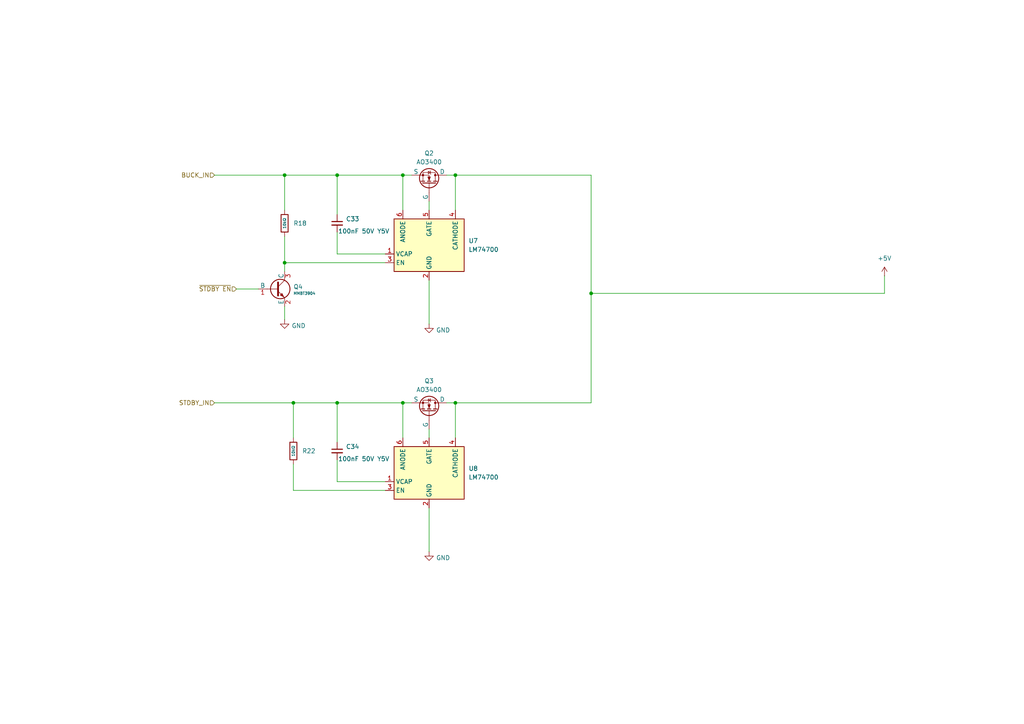
<source format=kicad_sch>
(kicad_sch (version 20231120) (generator "eeschema") (generator_version "8.0")
  (paper "A4")
  (title_block (date "2025-02-10") (rev "A") (company "ModuCard System"))
  (lib_symbols
    (symbol "Device:C_Small" (pin_numbers hide) (pin_names (offset 0.254) hide)
      (property "Reference" "C" (at 0.254 1.778 0))
      (property "Value" "C_Small" (at 0.254 -2.032 0))
      (symbol "C_Small_0_1"
        (polyline (pts (xy -1.524 -0.508) (xy 1.524 -0.508)) (stroke (width 0.3302)))
        (polyline (pts (xy -1.524 0.508) (xy 1.524 0.508)) (stroke (width 0.3048)))
      )
      (symbol "C_Small_1_1"
        (pin passive line (at 0 2.54 270) (length 2.032) (name "~") (number "1"))
        (pin passive line (at 0 -2.54 90) (length 2.032) (name "~") (number "2"))
      )
    )
    (symbol "PCM_JLCPCB-Resistors:0402,10kΩ" (pin_numbers hide) (pin_names (offset 0))
      (property "Reference" "R" (at 1.778 0 0))
      (property "Value" "10kΩ" (at 0 0 90))
      (symbol "0402,10kΩ_0_1"
        (rectangle (start -1.016 2.54) (end 1.016 -2.54) (stroke (width 0.254)))
      )
      (symbol "0402,10kΩ_1_1"
        (pin passive line (at 0 3.81 270) (length 1.27) (name "~") (number "1"))
        (pin passive line (at 0 -3.81 90) (length 1.27) (name "~") (number "2"))
      )
    )
    (symbol "PCM_JLCPCB-Transistors:NPN,MMBT3904" (pin_names (offset 0))
      (property "Reference" "Q" (at 4.8514 0.834 0))
      (property "Value" "MMBT3904" (at 4.8514 -1.2122 0))
      (symbol "NPN,MMBT3904_0_1"
        (polyline (pts (xy -2.54 0) (xy 0.635 0)) (stroke (width 0.1524)))
        (polyline (pts (xy 0.635 0.635) (xy 2.54 2.54)))
        (polyline (pts (xy 2.794 -1.27) (xy 2.794 -1.27)) (stroke (width 0.1524)))
        (polyline (pts (xy 2.794 -1.27) (xy 2.794 -1.27)) (stroke (width 0.1524)))
        (polyline (pts (xy 0.635 -0.635) (xy 2.54 -2.54) (xy 2.54 -2.54)))
        (polyline (pts (xy 0.635 1.905) (xy 0.635 -1.905) (xy 0.635 -1.905)) (stroke (width 0.508)))
        (polyline (pts (xy 1.27 -1.778) (xy 1.778 -1.27) (xy 2.286 -2.286) (xy 1.27 -1.778) (xy 1.27 -1.778)) (fill (type outline)))
        (circle (center 1.27 0) (radius 2.8194) (stroke (width 0.254)))
      )
      (symbol "NPN,MMBT3904_1_1"
        (pin input line (at -5.08 0 0) (length 2.54) (name "B") (number "1"))
        (pin open_emitter line (at 2.54 -5.08 90) (length 2.54) (name "E") (number "2"))
        (pin open_collector line (at 2.54 5.08 270) (length 2.54) (name "C") (number "3"))
      )
    )
    (symbol "Power_Management:LM74700"
      (property "Reference" "U" (at -9.525 -8.89 0))
      (property "Value" "LM74700" (at 7.62 -8.89 0))
      (symbol "LM74700_0_1"
        (rectangle (start -10.16 7.62) (end 10.16 -7.62) (stroke (width 0.254)) (fill (type background)))
      )
      (symbol "LM74700_1_1"
        (pin passive line (at -12.7 -2.54 0) (length 2.54) (name "VCAP") (number "1"))
        (pin power_in line (at 0 -10.16 90) (length 2.54) (name "GND") (number "2"))
        (pin input line (at -12.7 -5.08 0) (length 2.54) (name "EN") (number "3"))
        (pin input line (at 7.62 10.16 270) (length 2.54) (name "CATHODE") (number "4"))
        (pin output line (at 0 10.16 270) (length 2.54) (name "GATE") (number "5"))
        (pin power_in line (at -7.62 10.16 270) (length 2.54) (name "ANODE") (number "6"))
      )
    )
    (symbol "Simulation_SPICE:NMOS" (pin_numbers hide) (pin_names (offset 0))
      (property "Reference" "Q1" (at 8.89 0 90))
      (property "Value" "AO3400" (at 6.35 0 90))
      (symbol "NMOS_0_1"
        (polyline (pts (xy 0.254 0) (xy -2.54 0)))
        (polyline (pts (xy 0.254 1.905) (xy 0.254 -1.905)) (stroke (width 0.254)))
        (polyline (pts (xy 0.762 -1.27) (xy 0.762 -2.286)) (stroke (width 0.254)))
        (polyline (pts (xy 0.762 0.508) (xy 0.762 -0.508)) (stroke (width 0.254)))
        (polyline (pts (xy 0.762 2.286) (xy 0.762 1.27)) (stroke (width 0.254)))
        (polyline (pts (xy 2.54 2.54) (xy 2.54 1.778)))
        (polyline (pts (xy 2.54 -2.54) (xy 2.54 0) (xy 0.762 0)))
        (polyline (pts (xy 0.762 -1.778) (xy 3.302 -1.778) (xy 3.302 1.778) (xy 0.762 1.778)))
        (polyline (pts (xy 1.016 0) (xy 2.032 0.381) (xy 2.032 -0.381) (xy 1.016 0)) (fill (type outline)))
        (polyline (pts (xy 2.794 0.508) (xy 2.921 0.381) (xy 3.683 0.381) (xy 3.81 0.254)))
        (polyline (pts (xy 3.302 0.381) (xy 2.921 -0.254) (xy 3.683 -0.254) (xy 3.302 0.381)))
        (circle (center 1.651 0) (radius 2.794) (stroke (width 0.254)))
        (circle (center 2.54 -1.778) (radius 0.254) (fill (type outline)))
        (circle (center 2.54 1.778) (radius 0.254) (fill (type outline)))
      )
      (symbol "NMOS_1_1"
        (pin input line (at -5.08 0 0) (length 2.54) (name "G") (number "1"))
        (pin passive line (at 2.54 5.08 270) (length 2.54) (name "D") (number "2"))
        (pin passive line (at 2.54 -5.08 90) (length 2.54) (name "S") (number "3"))
      )
    )
    (symbol "power:+5V" (power) (pin_numbers hide) (pin_names (offset 0) hide)
      (property "Value" "+5V" (at 0 3.556 0))
      (symbol "+5V_0_1"
        (polyline (pts (xy -0.762 1.27) (xy 0 2.54)))
        (polyline (pts (xy 0 0) (xy 0 2.54)))
        (polyline (pts (xy 0 2.54) (xy 0.762 1.27)))
      )
      (symbol "+5V_1_1"
        (pin power_in line (at 0 0 90) (length 0) (name "~") (number "1"))
      )
    )
    (symbol "power:GND" (power) (pin_numbers hide) (pin_names (offset 0) hide)
      (property "Value" "GND" (at 0 -3.81 0))
      (symbol "GND_0_1"
        (polyline (pts (xy 0 0) (xy 0 -1.27) (xy 1.27 -1.27) (xy 0 -2.54) (xy -1.27 -1.27) (xy 0 -1.27)))
      )
      (symbol "GND_1_1"
        (pin power_in line (at 0 0 270) (length 0) (name "~") (number "1"))
      )
    )
  )
  (junction (at 116.84 116.84))
  (junction (at 97.79 50.8))
  (junction (at 116.84 50.8))
  (junction (at 82.55 50.8))
  (junction (at 132.08 50.8))
  (junction (at 97.79 116.84))
  (junction (at 171.45 85.09))
  (junction (at 82.55 76.2))
  (junction (at 132.08 116.84))
  (junction (at 85.09 116.84))
  (wire (pts (xy 171.45 85.09) (xy 256.54 85.09)))
  (wire (pts (xy 124.46 81.28) (xy 124.46 93.98)))
  (wire (pts (xy 82.55 76.2) (xy 82.55 78.74)))
  (wire (pts (xy 85.09 134.62) (xy 85.09 142.24)))
  (wire (pts (xy 171.45 85.09) (xy 171.45 116.84)))
  (wire (pts (xy 256.54 80.01) (xy 256.54 85.09)))
  (wire (pts (xy 62.23 116.84) (xy 85.09 116.84)))
  (wire (pts (xy 116.84 116.84) (xy 116.84 127)))
  (wire (pts (xy 97.79 50.8) (xy 116.84 50.8)))
  (wire (pts (xy 116.84 50.8) (xy 116.84 60.96)))
  (wire (pts (xy 116.84 50.8) (xy 119.38 50.8)))
  (wire (pts (xy 85.09 142.24) (xy 111.76 142.24)))
  (wire (pts (xy 85.09 116.84) (xy 97.79 116.84)))
  (wire (pts (xy 82.55 50.8) (xy 82.55 60.96)))
  (wire (pts (xy 111.76 139.7) (xy 97.79 139.7)))
  (wire (pts (xy 97.79 116.84) (xy 116.84 116.84)))
  (wire (pts (xy 82.55 68.58) (xy 82.55 76.2)))
  (wire (pts (xy 82.55 50.8) (xy 97.79 50.8)))
  (wire (pts (xy 132.08 116.84) (xy 129.54 116.84)))
  (wire (pts (xy 97.79 50.8) (xy 97.79 62.23)))
  (wire (pts (xy 132.08 60.96) (xy 132.08 50.8)))
  (wire (pts (xy 132.08 116.84) (xy 171.45 116.84)))
  (wire (pts (xy 68.58 83.82) (xy 74.93 83.82)))
  (wire (pts (xy 85.09 116.84) (xy 85.09 127)))
  (wire (pts (xy 97.79 73.66) (xy 97.79 67.31)))
  (wire (pts (xy 97.79 116.84) (xy 97.79 128.27)))
  (wire (pts (xy 132.08 127) (xy 132.08 116.84)))
  (wire (pts (xy 111.76 73.66) (xy 97.79 73.66)))
  (wire (pts (xy 124.46 147.32) (xy 124.46 160.02)))
  (wire (pts (xy 132.08 50.8) (xy 171.45 50.8)))
  (wire (pts (xy 124.46 58.42) (xy 124.46 60.96)))
  (wire (pts (xy 82.55 88.9) (xy 82.55 92.71)))
  (wire (pts (xy 116.84 116.84) (xy 119.38 116.84)))
  (wire (pts (xy 124.46 124.46) (xy 124.46 127)))
  (wire (pts (xy 97.79 139.7) (xy 97.79 133.35)))
  (wire (pts (xy 171.45 50.8) (xy 171.45 85.09)))
  (wire (pts (xy 132.08 50.8) (xy 129.54 50.8)))
  (wire (pts (xy 62.23 50.8) (xy 82.55 50.8)))
  (wire (pts (xy 82.55 76.2) (xy 111.76 76.2)))
  (hierarchical_label "~{STDBY EN}" (shape input) (at 68.58 83.82 180))
  (hierarchical_label "STDBY_IN" (shape input) (at 62.23 116.84 180))
  (hierarchical_label "BUCK_IN" (shape input) (at 62.23 50.8 180))
  (symbol (lib_id "power:GND") (at 82.55 92.71 0) (unit 1)
    (property "Reference" "#PWR056" (effects (hide yes)))
    (property "Value" "GND" (at 86.614 94.488 0))
    (property "Description" "Power symbol creates a global label with name \"GND\" , ground" (effects (hide yes)))
  )
  (symbol (lib_id "Device:C_Small") (at 97.79 64.77 0) (unit 1)
    (property "Reference" "C33" (at 100.33 63.5062 0) (effects (justify left)))
    (property "Value" "100nF 50V Y5V" (at 98.044 67.056 0) (effects (justify left)))
    (property "Footprint" "Capacitor_SMD:C_0402_1005Metric" (effects (hide yes)))
    (property "Description" "Unpolarized capacitor, small symbol" (effects (hide yes)))
  )
  (symbol (lib_id "Power_Management:LM74700") (at 124.46 137.16 0) (unit 1)
    (property "Reference" "U8" (at 135.89 135.89 0) (effects (justify left)))
    (property "Value" "LM74700" (at 135.89 138.43 0) (effects (justify left)))
    (property "Footprint" "Package_TO_SOT_SMD:SOT-23-6" (effects (hide yes)))
    (property "Datasheet" "http://www.ti.com/lit/gpn/LM74700-Q1" (effects (hide yes)))
    (property "Description" "Low Iq reverse battery protection ideal diode controller, SOT-23-6" (effects (hide yes)))
  )
  (symbol (lib_id "Power_Management:LM74700") (at 124.46 71.12 0) (unit 1)
    (property "Reference" "U7" (at 135.89 69.85 0) (effects (justify left)))
    (property "Value" "LM74700" (at 135.89 72.39 0) (effects (justify left)))
    (property "Footprint" "Package_TO_SOT_SMD:SOT-23-6" (effects (hide yes)))
    (property "Datasheet" "http://www.ti.com/lit/gpn/LM74700-Q1" (effects (hide yes)))
    (property "Description" "Low Iq reverse battery protection ideal diode controller, SOT-23-6" (effects (hide yes)))
  )
  (symbol (lib_id "PCM_JLCPCB-Transistors:NPN,MMBT3904") (at 80.01 83.82 0) (unit 1)
    (property "Reference" "Q4" (at 85.09 83.185 0) (effects (justify left)))
    (property "Value" "MMBT3904" (at 85.09 85.09 0) (effects (font (size 0.8 0.8)) (justify left)))
    (property "Footprint" "PCM_JLCPCB:Q_SOT-23" (effects (hide yes)))
    (property "Datasheet" "https://wmsc.lcsc.com/wmsc/upload/file/pdf/v2/lcsc/2312221203_hongjiacheng-MMBT3904_C7420353.pdf" (effects (hide yes)))
    (property "Description" "40V 200mW 100@10mA,1.0V 200mA NPN SOT-23 Bipolar (BJT) ROHS" (effects (hide yes)))
    (property "LCSC" "C7420353" (effects (hide yes)))
    (property "Stock" "386356" (effects (hide yes)))
    (property "Price" "0.013USD" (effects (hide yes)))
    (property "Process" "SMT" (effects (hide yes)))
    (property "Minimum Qty" "10" (effects (hide yes)))
    (property "Attrition Qty" "5" (effects (hide yes)))
    (property "Class" "Preferred Component" (effects (hide yes)))
    (property "Category" "Triode/MOS Tube/Transistor,Bipolar Transistors - BJT" (effects (hide yes)))
    (property "Manufacturer" "hongjiacheng" (effects (hide yes)))
    (property "Part" "MMBT3904" (effects (hide yes)))
    (property "Transition Frequency (fT)" "300MHz" (effects (hide yes)))
    (property "Operating Temperature" "-55°C~+150°C" (effects (hide yes)))
    (property "Collector Cut-Off Current (Icbo)" "0.1uA" (effects (hide yes)))
    (property "Transistor Type" "NPN" (effects (hide yes)))
    (property "DC Current Gain (hFE@Ic,Vce)" "100@10mA,1.0V" (effects (hide yes)))
    (property "Power Dissipation (Pd)" "null" (effects (hide yes)))
    (property "Collector Current (Ic)" "null" (effects (hide yes)))
    (property "Collector-Emitter Saturation Voltage (VCE(sat)@Ic,Ib)" "0.3V@50mA,5.0mA" (effects (hide yes)))
    (property "Collector-Emitter Breakdown Voltage (Vceo)" "null" (effects (hide yes)))
  )
  (symbol (lib_id "PCM_JLCPCB-Resistors:0402,10kΩ") (at 85.09 130.81 0) (unit 1)
    (property "Reference" "R22" (at 87.63 130.81 0) (effects (justify left)))
    (property "Value" "10kΩ" (at 85.09 130.81 90) (effects (font (size 0.8 0.8))))
    (property "Footprint" "PCM_JLCPCB:R_0402" (effects (hide yes)))
    (property "Datasheet" "https://www.lcsc.com/datasheet/lcsc_datasheet_2411221126_UNI-ROYAL-Uniroyal-Elec-0402WGF1002TCE_C25744.pdf" (effects (hide yes)))
    (property "Description" "62.5mW Thick Film Resistors 50V ±100ppm/°C ±1% 10kΩ 0402 Chip Resistor - Surface Mount ROHS" (effects (hide yes)))
    (property "LCSC" "C25744" (effects (hide yes)))
    (property "Stock" "6666349" (effects (hide yes)))
    (property "Price" "0.004USD" (effects (hide yes)))
    (property "Process" "SMT" (effects (hide yes)))
    (property "Minimum Qty" "5" (effects (hide yes)))
    (property "Attrition Qty" "0" (effects (hide yes)))
    (property "Class" "Basic Component" (effects (hide yes)))
    (property "Category" "Resistors,Chip Resistor - Surface Mount" (effects (hide yes)))
    (property "Manufacturer" "UNI-ROYAL(Uniroyal Elec)" (effects (hide yes)))
    (property "Part" "0402WGF1002TCE" (effects (hide yes)))
    (property "Resistance" "10kΩ" (effects (hide yes)))
    (property "Power(Watts)" "62.5mW" (effects (hide yes)))
    (property "Type" "Thick Film Resistors" (effects (hide yes)))
    (property "Overload Voltage (Max)" "50V" (effects (hide yes)))
    (property "Operating Temperature Range" "-55°C~+155°C" (effects (hide yes)))
    (property "Tolerance" "±1%" (effects (hide yes)))
    (property "Temperature Coefficient" "±100ppm/°C" (effects (hide yes)))
  )
  (symbol (lib_id "power:+5V") (at 256.54 80.01 0) (unit 1)
    (property "Reference" "#PWR059" (effects (hide yes)))
    (property "Value" "+5V" (at 256.54 74.93 0))
    (property "Description" "Power symbol creates a global label with name \"+5V\"" (effects (hide yes)))
  )
  (symbol (lib_id "power:GND") (at 124.46 160.02 0) (unit 1)
    (property "Reference" "#PWR055" (effects (hide yes)))
    (property "Value" "GND" (at 128.524 161.798 0))
    (property "Description" "Power symbol creates a global label with name \"GND\" , ground" (effects (hide yes)))
  )
  (symbol (lib_id "Simulation_SPICE:NMOS") (at 124.46 53.34 270) (mirror x) (unit 1)
    (property "Reference" "Q2" (at 124.46 44.45 90))
    (property "Value" "AO3400" (at 124.46 46.99 90))
    (property "Footprint" "Package_TO_SOT_SMD:SOT-23" (effects (hide yes)))
    (property "Datasheet" "https://ngspice.sourceforge.io/docs/ngspice-html-manual/manual.xhtml#cha_MOSFETs" (effects (hide yes)))
    (property "Description" "N-MOSFET transistor, drain/source/gate" (effects (hide yes)))
    (property "Sim.Device" "NMOS" (effects (hide yes)))
    (property "Sim.Type" "VDMOS" (effects (hide yes)))
    (property "Sim.Pins" "1=D 2=G 3=S" (effects (hide yes)))
  )
  (symbol (lib_id "Device:C_Small") (at 97.79 130.81 0) (unit 1)
    (property "Reference" "C34" (at 100.33 129.5462 0) (effects (justify left)))
    (property "Value" "100nF 50V Y5V" (at 98.044 133.096 0) (effects (justify left)))
    (property "Footprint" "Capacitor_SMD:C_0402_1005Metric" (effects (hide yes)))
    (property "Description" "Unpolarized capacitor, small symbol" (effects (hide yes)))
  )
  (symbol (lib_id "PCM_JLCPCB-Resistors:0402,10kΩ") (at 82.55 64.77 0) (unit 1)
    (property "Reference" "R18" (at 85.09 64.77 0) (effects (justify left)))
    (property "Value" "10kΩ" (at 82.55 64.77 90) (effects (font (size 0.8 0.8))))
    (property "Footprint" "PCM_JLCPCB:R_0402" (effects (hide yes)))
    (property "Datasheet" "https://www.lcsc.com/datasheet/lcsc_datasheet_2411221126_UNI-ROYAL-Uniroyal-Elec-0402WGF1002TCE_C25744.pdf" (effects (hide yes)))
    (property "Description" "62.5mW Thick Film Resistors 50V ±100ppm/°C ±1% 10kΩ 0402 Chip Resistor - Surface Mount ROHS" (effects (hide yes)))
    (property "LCSC" "C25744" (effects (hide yes)))
    (property "Stock" "6666349" (effects (hide yes)))
    (property "Price" "0.004USD" (effects (hide yes)))
    (property "Process" "SMT" (effects (hide yes)))
    (property "Minimum Qty" "5" (effects (hide yes)))
    (property "Attrition Qty" "0" (effects (hide yes)))
    (property "Class" "Basic Component" (effects (hide yes)))
    (property "Category" "Resistors,Chip Resistor - Surface Mount" (effects (hide yes)))
    (property "Manufacturer" "UNI-ROYAL(Uniroyal Elec)" (effects (hide yes)))
    (property "Part" "0402WGF1002TCE" (effects (hide yes)))
    (property "Resistance" "10kΩ" (effects (hide yes)))
    (property "Power(Watts)" "62.5mW" (effects (hide yes)))
    (property "Type" "Thick Film Resistors" (effects (hide yes)))
    (property "Overload Voltage (Max)" "50V" (effects (hide yes)))
    (property "Operating Temperature Range" "-55°C~+155°C" (effects (hide yes)))
    (property "Tolerance" "±1%" (effects (hide yes)))
    (property "Temperature Coefficient" "±100ppm/°C" (effects (hide yes)))
  )
  (symbol (lib_id "Simulation_SPICE:NMOS") (at 124.46 119.38 270) (mirror x) (unit 1)
    (property "Reference" "Q3" (at 124.46 110.49 90))
    (property "Value" "AO3400" (at 124.46 113.03 90))
    (property "Footprint" "Package_TO_SOT_SMD:SOT-23" (effects (hide yes)))
    (property "Datasheet" "https://ngspice.sourceforge.io/docs/ngspice-html-manual/manual.xhtml#cha_MOSFETs" (effects (hide yes)))
    (property "Description" "N-MOSFET transistor, drain/source/gate" (effects (hide yes)))
    (property "Sim.Device" "NMOS" (effects (hide yes)))
    (property "Sim.Type" "VDMOS" (effects (hide yes)))
    (property "Sim.Pins" "1=D 2=G 3=S" (effects (hide yes)))
  )
  (symbol (lib_id "power:GND") (at 124.46 93.98 0) (unit 1)
    (property "Reference" "#PWR044" (effects (hide yes)))
    (property "Value" "GND" (at 128.524 95.758 0))
    (property "Description" "Power symbol creates a global label with name \"GND\" , ground" (effects (hide yes)))
  )
)
</source>
